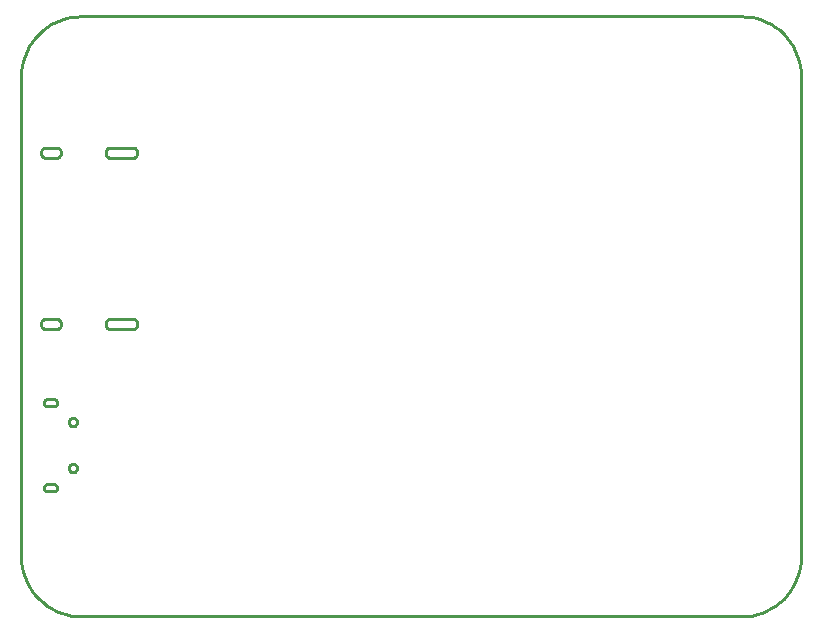
<source format=gbr>
G04 EAGLE Gerber RS-274X export*
G75*
%MOMM*%
%FSLAX34Y34*%
%LPD*%
%IN*%
%IPPOS*%
%AMOC8*
5,1,8,0,0,1.08239X$1,22.5*%
G01*
%ADD10C,0.254000*%


D10*
X0Y50800D02*
X193Y46373D01*
X772Y41979D01*
X1731Y37652D01*
X3064Y33425D01*
X4760Y29331D01*
X6806Y25400D01*
X9187Y21662D01*
X11885Y18146D01*
X14879Y14879D01*
X18146Y11885D01*
X21662Y9187D01*
X25400Y6806D01*
X29331Y4760D01*
X33425Y3064D01*
X37652Y1731D01*
X41979Y772D01*
X46373Y193D01*
X50800Y0D01*
X609600Y0D01*
X614028Y193D01*
X618421Y772D01*
X622748Y1731D01*
X626975Y3064D01*
X631069Y4760D01*
X635000Y6806D01*
X638738Y9187D01*
X642254Y11885D01*
X645521Y14879D01*
X648515Y18146D01*
X651213Y21662D01*
X653594Y25400D01*
X655640Y29331D01*
X657336Y33425D01*
X658669Y37652D01*
X659628Y41979D01*
X660207Y46373D01*
X660400Y50800D01*
X660400Y457200D01*
X660207Y461628D01*
X659628Y466021D01*
X658669Y470348D01*
X657336Y474575D01*
X655640Y478669D01*
X653594Y482600D01*
X651213Y486338D01*
X648515Y489854D01*
X645521Y493121D01*
X642254Y496115D01*
X638738Y498813D01*
X635000Y501194D01*
X631069Y503240D01*
X626975Y504936D01*
X622748Y506269D01*
X618421Y507228D01*
X614028Y507807D01*
X609600Y508000D01*
X50800Y508000D01*
X46373Y507807D01*
X41979Y507228D01*
X37652Y506269D01*
X33425Y504936D01*
X29331Y503240D01*
X25400Y501194D01*
X21662Y498813D01*
X18146Y496115D01*
X14879Y493121D01*
X11885Y489854D01*
X9187Y486338D01*
X6806Y482600D01*
X4760Y478669D01*
X3064Y474575D01*
X1731Y470348D01*
X772Y466021D01*
X193Y461628D01*
X0Y457200D01*
X0Y50800D01*
X19350Y109000D02*
X19339Y108759D01*
X19348Y108519D01*
X19379Y108280D01*
X19430Y108044D01*
X19502Y107814D01*
X19593Y107592D01*
X19704Y107377D01*
X19833Y107174D01*
X19979Y106982D01*
X20141Y106804D01*
X20318Y106641D01*
X20509Y106493D01*
X20711Y106363D01*
X20925Y106251D01*
X21147Y106158D01*
X21376Y106085D01*
X21611Y106032D01*
X21850Y106000D01*
X27850Y106000D01*
X28089Y106032D01*
X28324Y106085D01*
X28553Y106158D01*
X28775Y106251D01*
X28989Y106363D01*
X29192Y106493D01*
X29382Y106641D01*
X29559Y106804D01*
X29721Y106982D01*
X29867Y107174D01*
X29996Y107377D01*
X30107Y107592D01*
X30198Y107814D01*
X30270Y108044D01*
X30321Y108280D01*
X30352Y108519D01*
X30361Y108759D01*
X30350Y109000D01*
X30361Y109241D01*
X30352Y109481D01*
X30321Y109720D01*
X30270Y109956D01*
X30198Y110186D01*
X30107Y110409D01*
X29996Y110623D01*
X29867Y110826D01*
X29721Y111018D01*
X29559Y111196D01*
X29382Y111359D01*
X29192Y111507D01*
X28989Y111637D01*
X28775Y111749D01*
X28553Y111842D01*
X28324Y111915D01*
X28089Y111968D01*
X27850Y112000D01*
X21850Y112000D01*
X21611Y111968D01*
X21376Y111915D01*
X21147Y111842D01*
X20925Y111749D01*
X20711Y111637D01*
X20509Y111507D01*
X20318Y111359D01*
X20141Y111196D01*
X19979Y111018D01*
X19833Y110826D01*
X19704Y110623D01*
X19593Y110409D01*
X19502Y110186D01*
X19430Y109956D01*
X19379Y109720D01*
X19348Y109481D01*
X19339Y109241D01*
X19350Y109000D01*
X19350Y181000D02*
X19339Y180759D01*
X19348Y180519D01*
X19379Y180280D01*
X19430Y180044D01*
X19502Y179814D01*
X19593Y179592D01*
X19704Y179377D01*
X19833Y179174D01*
X19979Y178982D01*
X20141Y178804D01*
X20318Y178641D01*
X20509Y178493D01*
X20711Y178363D01*
X20925Y178251D01*
X21147Y178158D01*
X21376Y178085D01*
X21611Y178032D01*
X21850Y178000D01*
X27850Y178000D01*
X28089Y178032D01*
X28324Y178085D01*
X28553Y178158D01*
X28775Y178251D01*
X28989Y178363D01*
X29192Y178493D01*
X29382Y178641D01*
X29559Y178804D01*
X29721Y178982D01*
X29867Y179174D01*
X29996Y179377D01*
X30107Y179592D01*
X30198Y179814D01*
X30270Y180044D01*
X30321Y180280D01*
X30352Y180519D01*
X30361Y180759D01*
X30350Y181000D01*
X30361Y181241D01*
X30352Y181481D01*
X30321Y181720D01*
X30270Y181956D01*
X30198Y182186D01*
X30107Y182409D01*
X29996Y182623D01*
X29867Y182826D01*
X29721Y183018D01*
X29559Y183196D01*
X29382Y183359D01*
X29192Y183507D01*
X28989Y183637D01*
X28775Y183749D01*
X28553Y183842D01*
X28324Y183915D01*
X28089Y183968D01*
X27850Y184000D01*
X21850Y184000D01*
X21611Y183968D01*
X21376Y183915D01*
X21147Y183842D01*
X20925Y183749D01*
X20711Y183637D01*
X20509Y183507D01*
X20318Y183359D01*
X20141Y183196D01*
X19979Y183018D01*
X19833Y182826D01*
X19704Y182623D01*
X19593Y182409D01*
X19502Y182186D01*
X19430Y181956D01*
X19379Y181720D01*
X19348Y181481D01*
X19339Y181241D01*
X19350Y181000D01*
X16800Y247500D02*
X16817Y247108D01*
X16868Y246719D01*
X16953Y246335D01*
X17071Y245961D01*
X17222Y245598D01*
X17403Y245250D01*
X17614Y244919D01*
X17853Y244607D01*
X18118Y244318D01*
X18407Y244053D01*
X18719Y243814D01*
X19050Y243603D01*
X19398Y243422D01*
X19761Y243271D01*
X20135Y243153D01*
X20519Y243068D01*
X20908Y243017D01*
X21300Y243000D01*
X29300Y243000D01*
X29692Y243017D01*
X30081Y243068D01*
X30465Y243153D01*
X30839Y243271D01*
X31202Y243422D01*
X31550Y243603D01*
X31881Y243814D01*
X32193Y244053D01*
X32482Y244318D01*
X32747Y244607D01*
X32986Y244919D01*
X33197Y245250D01*
X33378Y245598D01*
X33529Y245961D01*
X33647Y246335D01*
X33732Y246719D01*
X33783Y247108D01*
X33800Y247500D01*
X33783Y247892D01*
X33732Y248281D01*
X33647Y248665D01*
X33529Y249039D01*
X33378Y249402D01*
X33197Y249750D01*
X32986Y250081D01*
X32747Y250393D01*
X32482Y250682D01*
X32193Y250947D01*
X31881Y251186D01*
X31550Y251397D01*
X31202Y251578D01*
X30839Y251729D01*
X30465Y251847D01*
X30081Y251932D01*
X29692Y251983D01*
X29300Y252000D01*
X21300Y252000D01*
X20908Y251983D01*
X20519Y251932D01*
X20135Y251847D01*
X19761Y251729D01*
X19398Y251578D01*
X19050Y251397D01*
X18719Y251186D01*
X18407Y250947D01*
X18118Y250682D01*
X17853Y250393D01*
X17614Y250081D01*
X17403Y249750D01*
X17222Y249402D01*
X17071Y249039D01*
X16953Y248665D01*
X16868Y248281D01*
X16817Y247892D01*
X16800Y247500D01*
X71500Y247500D02*
X71517Y247108D01*
X71568Y246719D01*
X71653Y246335D01*
X71771Y245961D01*
X71922Y245598D01*
X72103Y245250D01*
X72314Y244919D01*
X72553Y244607D01*
X72818Y244318D01*
X73107Y244053D01*
X73419Y243814D01*
X73750Y243603D01*
X74098Y243422D01*
X74461Y243271D01*
X74835Y243153D01*
X75219Y243068D01*
X75608Y243017D01*
X76000Y243000D01*
X94000Y243000D01*
X94392Y243017D01*
X94781Y243068D01*
X95165Y243153D01*
X95539Y243271D01*
X95902Y243422D01*
X96250Y243603D01*
X96581Y243814D01*
X96893Y244053D01*
X97182Y244318D01*
X97447Y244607D01*
X97686Y244919D01*
X97897Y245250D01*
X98078Y245598D01*
X98229Y245961D01*
X98347Y246335D01*
X98432Y246719D01*
X98483Y247108D01*
X98500Y247500D01*
X98483Y247892D01*
X98432Y248281D01*
X98347Y248665D01*
X98229Y249039D01*
X98078Y249402D01*
X97897Y249750D01*
X97686Y250081D01*
X97447Y250393D01*
X97182Y250682D01*
X96893Y250947D01*
X96581Y251186D01*
X96250Y251397D01*
X95902Y251578D01*
X95539Y251729D01*
X95165Y251847D01*
X94781Y251932D01*
X94392Y251983D01*
X94000Y252000D01*
X76000Y252000D01*
X75608Y251983D01*
X75219Y251932D01*
X74835Y251847D01*
X74461Y251729D01*
X74098Y251578D01*
X73750Y251397D01*
X73419Y251186D01*
X73107Y250947D01*
X72818Y250682D01*
X72553Y250393D01*
X72314Y250081D01*
X72103Y249750D01*
X71922Y249402D01*
X71771Y249039D01*
X71653Y248665D01*
X71568Y248281D01*
X71517Y247892D01*
X71500Y247500D01*
X16800Y392500D02*
X16817Y392108D01*
X16868Y391719D01*
X16953Y391335D01*
X17071Y390961D01*
X17222Y390598D01*
X17403Y390250D01*
X17614Y389919D01*
X17853Y389607D01*
X18118Y389318D01*
X18407Y389053D01*
X18719Y388814D01*
X19050Y388603D01*
X19398Y388422D01*
X19761Y388271D01*
X20135Y388153D01*
X20519Y388068D01*
X20908Y388017D01*
X21300Y388000D01*
X29300Y388000D01*
X29692Y388017D01*
X30081Y388068D01*
X30465Y388153D01*
X30839Y388271D01*
X31202Y388422D01*
X31550Y388603D01*
X31881Y388814D01*
X32193Y389053D01*
X32482Y389318D01*
X32747Y389607D01*
X32986Y389919D01*
X33197Y390250D01*
X33378Y390598D01*
X33529Y390961D01*
X33647Y391335D01*
X33732Y391719D01*
X33783Y392108D01*
X33800Y392500D01*
X33783Y392892D01*
X33732Y393281D01*
X33647Y393665D01*
X33529Y394039D01*
X33378Y394402D01*
X33197Y394750D01*
X32986Y395081D01*
X32747Y395393D01*
X32482Y395682D01*
X32193Y395947D01*
X31881Y396186D01*
X31550Y396397D01*
X31202Y396578D01*
X30839Y396729D01*
X30465Y396847D01*
X30081Y396932D01*
X29692Y396983D01*
X29300Y397000D01*
X21300Y397000D01*
X20908Y396983D01*
X20519Y396932D01*
X20135Y396847D01*
X19761Y396729D01*
X19398Y396578D01*
X19050Y396397D01*
X18719Y396186D01*
X18407Y395947D01*
X18118Y395682D01*
X17853Y395393D01*
X17614Y395081D01*
X17403Y394750D01*
X17222Y394402D01*
X17071Y394039D01*
X16953Y393665D01*
X16868Y393281D01*
X16817Y392892D01*
X16800Y392500D01*
X71500Y392500D02*
X71517Y392108D01*
X71568Y391719D01*
X71653Y391335D01*
X71771Y390961D01*
X71922Y390598D01*
X72103Y390250D01*
X72314Y389919D01*
X72553Y389607D01*
X72818Y389318D01*
X73107Y389053D01*
X73419Y388814D01*
X73750Y388603D01*
X74098Y388422D01*
X74461Y388271D01*
X74835Y388153D01*
X75219Y388068D01*
X75608Y388017D01*
X76000Y388000D01*
X94000Y388000D01*
X94392Y388017D01*
X94781Y388068D01*
X95165Y388153D01*
X95539Y388271D01*
X95902Y388422D01*
X96250Y388603D01*
X96581Y388814D01*
X96893Y389053D01*
X97182Y389318D01*
X97447Y389607D01*
X97686Y389919D01*
X97897Y390250D01*
X98078Y390598D01*
X98229Y390961D01*
X98347Y391335D01*
X98432Y391719D01*
X98483Y392108D01*
X98500Y392500D01*
X98483Y392892D01*
X98432Y393281D01*
X98347Y393665D01*
X98229Y394039D01*
X98078Y394402D01*
X97897Y394750D01*
X97686Y395081D01*
X97447Y395393D01*
X97182Y395682D01*
X96893Y395947D01*
X96581Y396186D01*
X96250Y396397D01*
X95902Y396578D01*
X95539Y396729D01*
X95165Y396847D01*
X94781Y396932D01*
X94392Y396983D01*
X94000Y397000D01*
X76000Y397000D01*
X75608Y396983D01*
X75219Y396932D01*
X74835Y396847D01*
X74461Y396729D01*
X74098Y396578D01*
X73750Y396397D01*
X73419Y396186D01*
X73107Y395947D01*
X72818Y395682D01*
X72553Y395393D01*
X72314Y395081D01*
X72103Y394750D01*
X71922Y394402D01*
X71771Y394039D01*
X71653Y393665D01*
X71568Y393281D01*
X71517Y392892D01*
X71500Y392500D01*
X43621Y161000D02*
X43166Y161060D01*
X42723Y161179D01*
X42299Y161354D01*
X41901Y161584D01*
X41537Y161863D01*
X41213Y162187D01*
X40934Y162551D01*
X40704Y162949D01*
X40529Y163373D01*
X40410Y163816D01*
X40350Y164271D01*
X40350Y164729D01*
X40410Y165184D01*
X40529Y165627D01*
X40704Y166051D01*
X40934Y166449D01*
X41213Y166813D01*
X41537Y167137D01*
X41901Y167416D01*
X42299Y167646D01*
X42723Y167821D01*
X43166Y167940D01*
X43621Y168000D01*
X44079Y168000D01*
X44534Y167940D01*
X44977Y167821D01*
X45401Y167646D01*
X45799Y167416D01*
X46163Y167137D01*
X46487Y166813D01*
X46766Y166449D01*
X46996Y166051D01*
X47171Y165627D01*
X47290Y165184D01*
X47350Y164729D01*
X47350Y164271D01*
X47290Y163816D01*
X47171Y163373D01*
X46996Y162949D01*
X46766Y162551D01*
X46487Y162187D01*
X46163Y161863D01*
X45799Y161584D01*
X45401Y161354D01*
X44977Y161179D01*
X44534Y161060D01*
X44079Y161000D01*
X43621Y161000D01*
X43621Y122000D02*
X43166Y122060D01*
X42723Y122179D01*
X42299Y122354D01*
X41901Y122584D01*
X41537Y122863D01*
X41213Y123187D01*
X40934Y123551D01*
X40704Y123949D01*
X40529Y124373D01*
X40410Y124816D01*
X40350Y125271D01*
X40350Y125729D01*
X40410Y126184D01*
X40529Y126627D01*
X40704Y127051D01*
X40934Y127449D01*
X41213Y127813D01*
X41537Y128137D01*
X41901Y128416D01*
X42299Y128646D01*
X42723Y128821D01*
X43166Y128940D01*
X43621Y129000D01*
X44079Y129000D01*
X44534Y128940D01*
X44977Y128821D01*
X45401Y128646D01*
X45799Y128416D01*
X46163Y128137D01*
X46487Y127813D01*
X46766Y127449D01*
X46996Y127051D01*
X47171Y126627D01*
X47290Y126184D01*
X47350Y125729D01*
X47350Y125271D01*
X47290Y124816D01*
X47171Y124373D01*
X46996Y123949D01*
X46766Y123551D01*
X46487Y123187D01*
X46163Y122863D01*
X45799Y122584D01*
X45401Y122354D01*
X44977Y122179D01*
X44534Y122060D01*
X44079Y122000D01*
X43621Y122000D01*
M02*

</source>
